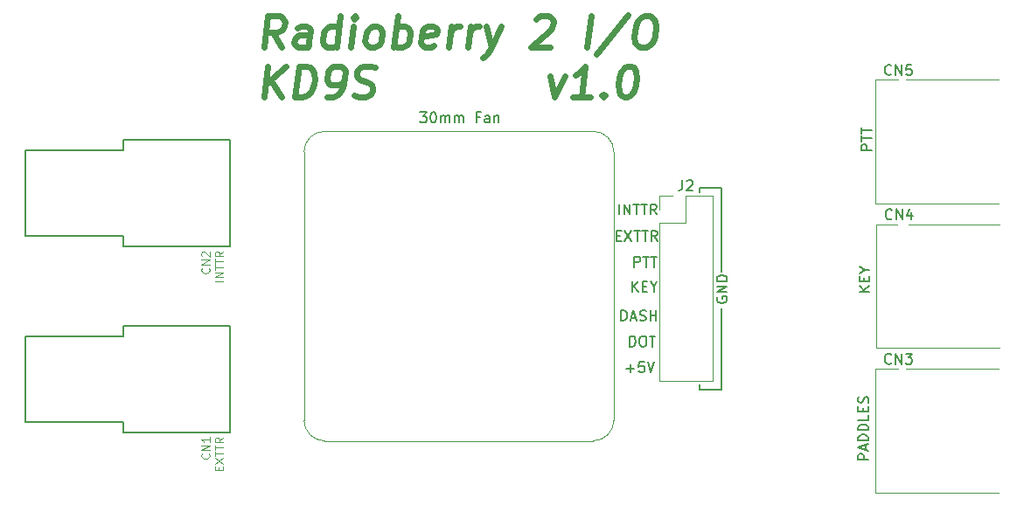
<source format=gto>
%TF.GenerationSoftware,KiCad,Pcbnew,(6.0.1)*%
%TF.CreationDate,2022-01-27T00:37:02-06:00*%
%TF.ProjectId,Radioberry-I-O,52616469-6f62-4657-9272-792d492d4f2e,1.0*%
%TF.SameCoordinates,Original*%
%TF.FileFunction,Legend,Top*%
%TF.FilePolarity,Positive*%
%FSLAX46Y46*%
G04 Gerber Fmt 4.6, Leading zero omitted, Abs format (unit mm)*
G04 Created by KiCad (PCBNEW (6.0.1)) date 2022-01-27 00:37:02*
%MOMM*%
%LPD*%
G01*
G04 APERTURE LIST*
%ADD10C,0.150000*%
%ADD11C,0.600000*%
%ADD12C,0.100000*%
%ADD13C,0.120000*%
%ADD14C,0.800000*%
%ADD15C,6.000000*%
%ADD16C,1.200000*%
%ADD17C,2.100000*%
%ADD18C,2.050000*%
%ADD19C,3.500000*%
%ADD20C,4.000000*%
%ADD21C,3.200000*%
%ADD22C,28.500000*%
%ADD23R,1.700000X1.700000*%
%ADD24O,1.700000X1.700000*%
G04 APERTURE END LIST*
D10*
X107900000Y-80200000D02*
X107900000Y-88000000D01*
X105800000Y-68500000D02*
X105800000Y-68900000D01*
X105800000Y-88000000D02*
X105800000Y-87500000D01*
X107900000Y-88000000D02*
X105800000Y-88000000D01*
X107900000Y-68500000D02*
X105800000Y-68500000D01*
X107900000Y-76600000D02*
X107900000Y-68500000D01*
X98014285Y-71052380D02*
X98014285Y-70052380D01*
X98490476Y-71052380D02*
X98490476Y-70052380D01*
X99061904Y-71052380D01*
X99061904Y-70052380D01*
X99395238Y-70052380D02*
X99966666Y-70052380D01*
X99680952Y-71052380D02*
X99680952Y-70052380D01*
X100157142Y-70052380D02*
X100728571Y-70052380D01*
X100442857Y-71052380D02*
X100442857Y-70052380D01*
X101633333Y-71052380D02*
X101300000Y-70576190D01*
X101061904Y-71052380D02*
X101061904Y-70052380D01*
X101442857Y-70052380D01*
X101538095Y-70100000D01*
X101585714Y-70147619D01*
X101633333Y-70242857D01*
X101633333Y-70385714D01*
X101585714Y-70480952D01*
X101538095Y-70528571D01*
X101442857Y-70576190D01*
X101061904Y-70576190D01*
X99257142Y-78552380D02*
X99257142Y-77552380D01*
X99828571Y-78552380D02*
X99400000Y-77980952D01*
X99828571Y-77552380D02*
X99257142Y-78123809D01*
X100257142Y-78028571D02*
X100590476Y-78028571D01*
X100733333Y-78552380D02*
X100257142Y-78552380D01*
X100257142Y-77552380D01*
X100733333Y-77552380D01*
X101352380Y-78076190D02*
X101352380Y-78552380D01*
X101019047Y-77552380D02*
X101352380Y-78076190D01*
X101685714Y-77552380D01*
X99476190Y-76152380D02*
X99476190Y-75152380D01*
X99857142Y-75152380D01*
X99952380Y-75200000D01*
X100000000Y-75247619D01*
X100047619Y-75342857D01*
X100047619Y-75485714D01*
X100000000Y-75580952D01*
X99952380Y-75628571D01*
X99857142Y-75676190D01*
X99476190Y-75676190D01*
X100333333Y-75152380D02*
X100904761Y-75152380D01*
X100619047Y-76152380D02*
X100619047Y-75152380D01*
X101095238Y-75152380D02*
X101666666Y-75152380D01*
X101380952Y-76152380D02*
X101380952Y-75152380D01*
X107500000Y-79061904D02*
X107452380Y-79157142D01*
X107452380Y-79300000D01*
X107500000Y-79442857D01*
X107595238Y-79538095D01*
X107690476Y-79585714D01*
X107880952Y-79633333D01*
X108023809Y-79633333D01*
X108214285Y-79585714D01*
X108309523Y-79538095D01*
X108404761Y-79442857D01*
X108452380Y-79300000D01*
X108452380Y-79204761D01*
X108404761Y-79061904D01*
X108357142Y-79014285D01*
X108023809Y-79014285D01*
X108023809Y-79204761D01*
X108452380Y-78585714D02*
X107452380Y-78585714D01*
X108452380Y-78014285D01*
X107452380Y-78014285D01*
X108452380Y-77538095D02*
X107452380Y-77538095D01*
X107452380Y-77300000D01*
X107500000Y-77157142D01*
X107595238Y-77061904D01*
X107690476Y-77014285D01*
X107880952Y-76966666D01*
X108023809Y-76966666D01*
X108214285Y-77014285D01*
X108309523Y-77061904D01*
X108404761Y-77157142D01*
X108452380Y-77300000D01*
X108452380Y-77538095D01*
X97747619Y-73128571D02*
X98080952Y-73128571D01*
X98223809Y-73652380D02*
X97747619Y-73652380D01*
X97747619Y-72652380D01*
X98223809Y-72652380D01*
X98557142Y-72652380D02*
X99223809Y-73652380D01*
X99223809Y-72652380D02*
X98557142Y-73652380D01*
X99461904Y-72652380D02*
X100033333Y-72652380D01*
X99747619Y-73652380D02*
X99747619Y-72652380D01*
X100223809Y-72652380D02*
X100795238Y-72652380D01*
X100509523Y-73652380D02*
X100509523Y-72652380D01*
X101700000Y-73652380D02*
X101366666Y-73176190D01*
X101128571Y-73652380D02*
X101128571Y-72652380D01*
X101509523Y-72652380D01*
X101604761Y-72700000D01*
X101652380Y-72747619D01*
X101700000Y-72842857D01*
X101700000Y-72985714D01*
X101652380Y-73080952D01*
X101604761Y-73128571D01*
X101509523Y-73176190D01*
X101128571Y-73176190D01*
X98209523Y-81352380D02*
X98209523Y-80352380D01*
X98447619Y-80352380D01*
X98590476Y-80400000D01*
X98685714Y-80495238D01*
X98733333Y-80590476D01*
X98780952Y-80780952D01*
X98780952Y-80923809D01*
X98733333Y-81114285D01*
X98685714Y-81209523D01*
X98590476Y-81304761D01*
X98447619Y-81352380D01*
X98209523Y-81352380D01*
X99161904Y-81066666D02*
X99638095Y-81066666D01*
X99066666Y-81352380D02*
X99400000Y-80352380D01*
X99733333Y-81352380D01*
X100019047Y-81304761D02*
X100161904Y-81352380D01*
X100400000Y-81352380D01*
X100495238Y-81304761D01*
X100542857Y-81257142D01*
X100590476Y-81161904D01*
X100590476Y-81066666D01*
X100542857Y-80971428D01*
X100495238Y-80923809D01*
X100400000Y-80876190D01*
X100209523Y-80828571D01*
X100114285Y-80780952D01*
X100066666Y-80733333D01*
X100019047Y-80638095D01*
X100019047Y-80542857D01*
X100066666Y-80447619D01*
X100114285Y-80400000D01*
X100209523Y-80352380D01*
X100447619Y-80352380D01*
X100590476Y-80400000D01*
X101019047Y-81352380D02*
X101019047Y-80352380D01*
X101019047Y-80828571D02*
X101590476Y-80828571D01*
X101590476Y-81352380D02*
X101590476Y-80352380D01*
D11*
X65336428Y-54842142D02*
X64515000Y-53413571D01*
X63622142Y-54842142D02*
X63997142Y-51842142D01*
X65140000Y-51842142D01*
X65407857Y-51985000D01*
X65532857Y-52127857D01*
X65640000Y-52413571D01*
X65586428Y-52842142D01*
X65407857Y-53127857D01*
X65247142Y-53270714D01*
X64943571Y-53413571D01*
X63800714Y-53413571D01*
X67907857Y-54842142D02*
X68104285Y-53270714D01*
X67997142Y-52985000D01*
X67729285Y-52842142D01*
X67157857Y-52842142D01*
X66854285Y-52985000D01*
X67925714Y-54699285D02*
X67622142Y-54842142D01*
X66907857Y-54842142D01*
X66640000Y-54699285D01*
X66532857Y-54413571D01*
X66568571Y-54127857D01*
X66747142Y-53842142D01*
X67050714Y-53699285D01*
X67765000Y-53699285D01*
X68068571Y-53556428D01*
X70622142Y-54842142D02*
X70997142Y-51842142D01*
X70640000Y-54699285D02*
X70336428Y-54842142D01*
X69765000Y-54842142D01*
X69497142Y-54699285D01*
X69372142Y-54556428D01*
X69265000Y-54270714D01*
X69372142Y-53413571D01*
X69550714Y-53127857D01*
X69711428Y-52985000D01*
X70015000Y-52842142D01*
X70586428Y-52842142D01*
X70854285Y-52985000D01*
X72050714Y-54842142D02*
X72300714Y-52842142D01*
X72425714Y-51842142D02*
X72265000Y-51985000D01*
X72390000Y-52127857D01*
X72550714Y-51985000D01*
X72425714Y-51842142D01*
X72390000Y-52127857D01*
X73907857Y-54842142D02*
X73640000Y-54699285D01*
X73515000Y-54556428D01*
X73407857Y-54270714D01*
X73515000Y-53413571D01*
X73693571Y-53127857D01*
X73854285Y-52985000D01*
X74157857Y-52842142D01*
X74586428Y-52842142D01*
X74854285Y-52985000D01*
X74979285Y-53127857D01*
X75086428Y-53413571D01*
X74979285Y-54270714D01*
X74800714Y-54556428D01*
X74640000Y-54699285D01*
X74336428Y-54842142D01*
X73907857Y-54842142D01*
X76193571Y-54842142D02*
X76568571Y-51842142D01*
X76425714Y-52985000D02*
X76729285Y-52842142D01*
X77300714Y-52842142D01*
X77568571Y-52985000D01*
X77693571Y-53127857D01*
X77800714Y-53413571D01*
X77693571Y-54270714D01*
X77515000Y-54556428D01*
X77354285Y-54699285D01*
X77050714Y-54842142D01*
X76479285Y-54842142D01*
X76211428Y-54699285D01*
X80068571Y-54699285D02*
X79765000Y-54842142D01*
X79193571Y-54842142D01*
X78925714Y-54699285D01*
X78818571Y-54413571D01*
X78961428Y-53270714D01*
X79140000Y-52985000D01*
X79443571Y-52842142D01*
X80015000Y-52842142D01*
X80282857Y-52985000D01*
X80390000Y-53270714D01*
X80354285Y-53556428D01*
X78890000Y-53842142D01*
X81479285Y-54842142D02*
X81729285Y-52842142D01*
X81657857Y-53413571D02*
X81836428Y-53127857D01*
X81997142Y-52985000D01*
X82300714Y-52842142D01*
X82586428Y-52842142D01*
X83336428Y-54842142D02*
X83586428Y-52842142D01*
X83515000Y-53413571D02*
X83693571Y-53127857D01*
X83854285Y-52985000D01*
X84157857Y-52842142D01*
X84443571Y-52842142D01*
X85157857Y-52842142D02*
X85622142Y-54842142D01*
X86586428Y-52842142D02*
X85622142Y-54842142D01*
X85247142Y-55556428D01*
X85086428Y-55699285D01*
X84782857Y-55842142D01*
X89961428Y-52127857D02*
X90122142Y-51985000D01*
X90425714Y-51842142D01*
X91140000Y-51842142D01*
X91407857Y-51985000D01*
X91532857Y-52127857D01*
X91640000Y-52413571D01*
X91604285Y-52699285D01*
X91407857Y-53127857D01*
X89479285Y-54842142D01*
X91336428Y-54842142D01*
X94907857Y-54842142D02*
X95282857Y-51842142D01*
X98872142Y-51699285D02*
X95818571Y-55556428D01*
X100425714Y-51842142D02*
X100997142Y-51842142D01*
X101265000Y-51985000D01*
X101515000Y-52270714D01*
X101586428Y-52842142D01*
X101461428Y-53842142D01*
X101247142Y-54413571D01*
X100925714Y-54699285D01*
X100622142Y-54842142D01*
X100050714Y-54842142D01*
X99782857Y-54699285D01*
X99532857Y-54413571D01*
X99461428Y-53842142D01*
X99586428Y-52842142D01*
X99800714Y-52270714D01*
X100122142Y-51985000D01*
X100425714Y-51842142D01*
X63622142Y-59672142D02*
X63997142Y-56672142D01*
X65336428Y-59672142D02*
X64265000Y-57957857D01*
X65711428Y-56672142D02*
X63782857Y-58386428D01*
X66622142Y-59672142D02*
X66997142Y-56672142D01*
X67711428Y-56672142D01*
X68122142Y-56815000D01*
X68372142Y-57100714D01*
X68479285Y-57386428D01*
X68550714Y-57957857D01*
X68497142Y-58386428D01*
X68282857Y-58957857D01*
X68104285Y-59243571D01*
X67782857Y-59529285D01*
X67336428Y-59672142D01*
X66622142Y-59672142D01*
X69765000Y-59672142D02*
X70336428Y-59672142D01*
X70640000Y-59529285D01*
X70800714Y-59386428D01*
X71140000Y-58957857D01*
X71354285Y-58386428D01*
X71497142Y-57243571D01*
X71390000Y-56957857D01*
X71265000Y-56815000D01*
X70997142Y-56672142D01*
X70425714Y-56672142D01*
X70122142Y-56815000D01*
X69961428Y-56957857D01*
X69782857Y-57243571D01*
X69693571Y-57957857D01*
X69800714Y-58243571D01*
X69925714Y-58386428D01*
X70193571Y-58529285D01*
X70765000Y-58529285D01*
X71068571Y-58386428D01*
X71229285Y-58243571D01*
X71407857Y-57957857D01*
X72354285Y-59529285D02*
X72765000Y-59672142D01*
X73479285Y-59672142D01*
X73782857Y-59529285D01*
X73943571Y-59386428D01*
X74122142Y-59100714D01*
X74157857Y-58815000D01*
X74050714Y-58529285D01*
X73925714Y-58386428D01*
X73657857Y-58243571D01*
X73104285Y-58100714D01*
X72836428Y-57957857D01*
X72711428Y-57815000D01*
X72604285Y-57529285D01*
X72640000Y-57243571D01*
X72818571Y-56957857D01*
X72979285Y-56815000D01*
X73282857Y-56672142D01*
X73997142Y-56672142D01*
X74407857Y-56815000D01*
X91300714Y-57672142D02*
X91764999Y-59672142D01*
X92729285Y-57672142D01*
X95193571Y-59672142D02*
X93479285Y-59672142D01*
X94336428Y-59672142D02*
X94711428Y-56672142D01*
X94372142Y-57100714D01*
X94050714Y-57386428D01*
X93747142Y-57529285D01*
X96514999Y-59386428D02*
X96639999Y-59529285D01*
X96479285Y-59672142D01*
X96354285Y-59529285D01*
X96514999Y-59386428D01*
X96479285Y-59672142D01*
X98854285Y-56672142D02*
X99139999Y-56672142D01*
X99407857Y-56815000D01*
X99532857Y-56957857D01*
X99639999Y-57243571D01*
X99711428Y-57815000D01*
X99622142Y-58529285D01*
X99407857Y-59100714D01*
X99229285Y-59386428D01*
X99068571Y-59529285D01*
X98764999Y-59672142D01*
X98479285Y-59672142D01*
X98211428Y-59529285D01*
X98086428Y-59386428D01*
X97979285Y-59100714D01*
X97907857Y-58529285D01*
X97997142Y-57815000D01*
X98211428Y-57243571D01*
X98389999Y-56957857D01*
X98550714Y-56815000D01*
X98854285Y-56672142D01*
D10*
X98714285Y-85971428D02*
X99476190Y-85971428D01*
X99095238Y-86352380D02*
X99095238Y-85590476D01*
X100428571Y-85352380D02*
X99952380Y-85352380D01*
X99904761Y-85828571D01*
X99952380Y-85780952D01*
X100047619Y-85733333D01*
X100285714Y-85733333D01*
X100380952Y-85780952D01*
X100428571Y-85828571D01*
X100476190Y-85923809D01*
X100476190Y-86161904D01*
X100428571Y-86257142D01*
X100380952Y-86304761D01*
X100285714Y-86352380D01*
X100047619Y-86352380D01*
X99952380Y-86304761D01*
X99904761Y-86257142D01*
X100761904Y-85352380D02*
X101095238Y-86352380D01*
X101428571Y-85352380D01*
X99033333Y-83852380D02*
X99033333Y-82852380D01*
X99271428Y-82852380D01*
X99414285Y-82900000D01*
X99509523Y-82995238D01*
X99557142Y-83090476D01*
X99604761Y-83280952D01*
X99604761Y-83423809D01*
X99557142Y-83614285D01*
X99509523Y-83709523D01*
X99414285Y-83804761D01*
X99271428Y-83852380D01*
X99033333Y-83852380D01*
X100223809Y-82852380D02*
X100414285Y-82852380D01*
X100509523Y-82900000D01*
X100604761Y-82995238D01*
X100652380Y-83185714D01*
X100652380Y-83519047D01*
X100604761Y-83709523D01*
X100509523Y-83804761D01*
X100414285Y-83852380D01*
X100223809Y-83852380D01*
X100128571Y-83804761D01*
X100033333Y-83709523D01*
X99985714Y-83519047D01*
X99985714Y-83185714D01*
X100033333Y-82995238D01*
X100128571Y-82900000D01*
X100223809Y-82852380D01*
X100938095Y-82852380D02*
X101509523Y-82852380D01*
X101223809Y-83852380D02*
X101223809Y-82852380D01*
%TO.C,CN5*%
X124359523Y-57457142D02*
X124311904Y-57504761D01*
X124169047Y-57552380D01*
X124073809Y-57552380D01*
X123930952Y-57504761D01*
X123835714Y-57409523D01*
X123788095Y-57314285D01*
X123740476Y-57123809D01*
X123740476Y-56980952D01*
X123788095Y-56790476D01*
X123835714Y-56695238D01*
X123930952Y-56600000D01*
X124073809Y-56552380D01*
X124169047Y-56552380D01*
X124311904Y-56600000D01*
X124359523Y-56647619D01*
X124788095Y-57552380D02*
X124788095Y-56552380D01*
X125359523Y-57552380D01*
X125359523Y-56552380D01*
X126311904Y-56552380D02*
X125835714Y-56552380D01*
X125788095Y-57028571D01*
X125835714Y-56980952D01*
X125930952Y-56933333D01*
X126169047Y-56933333D01*
X126264285Y-56980952D01*
X126311904Y-57028571D01*
X126359523Y-57123809D01*
X126359523Y-57361904D01*
X126311904Y-57457142D01*
X126264285Y-57504761D01*
X126169047Y-57552380D01*
X125930952Y-57552380D01*
X125835714Y-57504761D01*
X125788095Y-57457142D01*
X122452380Y-64823809D02*
X121452380Y-64823809D01*
X121452380Y-64442857D01*
X121500000Y-64347619D01*
X121547619Y-64300000D01*
X121642857Y-64252380D01*
X121785714Y-64252380D01*
X121880952Y-64300000D01*
X121928571Y-64347619D01*
X121976190Y-64442857D01*
X121976190Y-64823809D01*
X121452380Y-63966666D02*
X121452380Y-63395238D01*
X122452380Y-63680952D02*
X121452380Y-63680952D01*
X121452380Y-63204761D02*
X121452380Y-62633333D01*
X122452380Y-62919047D02*
X121452380Y-62919047D01*
D12*
%TO.C,CN1*%
X58285714Y-94252380D02*
X58323809Y-94290476D01*
X58361904Y-94404761D01*
X58361904Y-94480952D01*
X58323809Y-94595238D01*
X58247619Y-94671428D01*
X58171428Y-94709523D01*
X58019047Y-94747619D01*
X57904761Y-94747619D01*
X57752380Y-94709523D01*
X57676190Y-94671428D01*
X57600000Y-94595238D01*
X57561904Y-94480952D01*
X57561904Y-94404761D01*
X57600000Y-94290476D01*
X57638095Y-94252380D01*
X58361904Y-93909523D02*
X57561904Y-93909523D01*
X58361904Y-93452380D01*
X57561904Y-93452380D01*
X58361904Y-92652380D02*
X58361904Y-93109523D01*
X58361904Y-92880952D02*
X57561904Y-92880952D01*
X57676190Y-92957142D01*
X57752380Y-93033333D01*
X57790476Y-93109523D01*
X59242857Y-95861904D02*
X59242857Y-95595238D01*
X59661904Y-95480952D02*
X59661904Y-95861904D01*
X58861904Y-95861904D01*
X58861904Y-95480952D01*
X58861904Y-95214285D02*
X59661904Y-94680952D01*
X58861904Y-94680952D02*
X59661904Y-95214285D01*
X58861904Y-94490476D02*
X58861904Y-94033333D01*
X59661904Y-94261904D02*
X58861904Y-94261904D01*
X58861904Y-93880952D02*
X58861904Y-93423809D01*
X59661904Y-93652380D02*
X58861904Y-93652380D01*
X59661904Y-92700000D02*
X59280952Y-92966666D01*
X59661904Y-93157142D02*
X58861904Y-93157142D01*
X58861904Y-92852380D01*
X58900000Y-92776190D01*
X58938095Y-92738095D01*
X59014285Y-92700000D01*
X59128571Y-92700000D01*
X59204761Y-92738095D01*
X59242857Y-92776190D01*
X59280952Y-92852380D01*
X59280952Y-93157142D01*
D10*
%TO.C,M1*%
X78742857Y-61152380D02*
X79361904Y-61152380D01*
X79028571Y-61533333D01*
X79171428Y-61533333D01*
X79266666Y-61580952D01*
X79314285Y-61628571D01*
X79361904Y-61723809D01*
X79361904Y-61961904D01*
X79314285Y-62057142D01*
X79266666Y-62104761D01*
X79171428Y-62152380D01*
X78885714Y-62152380D01*
X78790476Y-62104761D01*
X78742857Y-62057142D01*
X79980952Y-61152380D02*
X80076190Y-61152380D01*
X80171428Y-61200000D01*
X80219047Y-61247619D01*
X80266666Y-61342857D01*
X80314285Y-61533333D01*
X80314285Y-61771428D01*
X80266666Y-61961904D01*
X80219047Y-62057142D01*
X80171428Y-62104761D01*
X80076190Y-62152380D01*
X79980952Y-62152380D01*
X79885714Y-62104761D01*
X79838095Y-62057142D01*
X79790476Y-61961904D01*
X79742857Y-61771428D01*
X79742857Y-61533333D01*
X79790476Y-61342857D01*
X79838095Y-61247619D01*
X79885714Y-61200000D01*
X79980952Y-61152380D01*
X80742857Y-62152380D02*
X80742857Y-61485714D01*
X80742857Y-61580952D02*
X80790476Y-61533333D01*
X80885714Y-61485714D01*
X81028571Y-61485714D01*
X81123809Y-61533333D01*
X81171428Y-61628571D01*
X81171428Y-62152380D01*
X81171428Y-61628571D02*
X81219047Y-61533333D01*
X81314285Y-61485714D01*
X81457142Y-61485714D01*
X81552380Y-61533333D01*
X81600000Y-61628571D01*
X81600000Y-62152380D01*
X82076190Y-62152380D02*
X82076190Y-61485714D01*
X82076190Y-61580952D02*
X82123809Y-61533333D01*
X82219047Y-61485714D01*
X82361904Y-61485714D01*
X82457142Y-61533333D01*
X82504761Y-61628571D01*
X82504761Y-62152380D01*
X82504761Y-61628571D02*
X82552380Y-61533333D01*
X82647619Y-61485714D01*
X82790476Y-61485714D01*
X82885714Y-61533333D01*
X82933333Y-61628571D01*
X82933333Y-62152380D01*
X84504761Y-61628571D02*
X84171428Y-61628571D01*
X84171428Y-62152380D02*
X84171428Y-61152380D01*
X84647619Y-61152380D01*
X85457142Y-62152380D02*
X85457142Y-61628571D01*
X85409523Y-61533333D01*
X85314285Y-61485714D01*
X85123809Y-61485714D01*
X85028571Y-61533333D01*
X85457142Y-62104761D02*
X85361904Y-62152380D01*
X85123809Y-62152380D01*
X85028571Y-62104761D01*
X84980952Y-62009523D01*
X84980952Y-61914285D01*
X85028571Y-61819047D01*
X85123809Y-61771428D01*
X85361904Y-61771428D01*
X85457142Y-61723809D01*
X85933333Y-61485714D02*
X85933333Y-62152380D01*
X85933333Y-61580952D02*
X85980952Y-61533333D01*
X86076190Y-61485714D01*
X86219047Y-61485714D01*
X86314285Y-61533333D01*
X86361904Y-61628571D01*
X86361904Y-62152380D01*
%TO.C,J2*%
X104136666Y-67729380D02*
X104136666Y-68443666D01*
X104089047Y-68586523D01*
X103993809Y-68681761D01*
X103850952Y-68729380D01*
X103755714Y-68729380D01*
X104565238Y-67824619D02*
X104612857Y-67777000D01*
X104708095Y-67729380D01*
X104946190Y-67729380D01*
X105041428Y-67777000D01*
X105089047Y-67824619D01*
X105136666Y-67919857D01*
X105136666Y-68015095D01*
X105089047Y-68157952D01*
X104517619Y-68729380D01*
X105136666Y-68729380D01*
%TO.C,CN3*%
X124359523Y-85457142D02*
X124311904Y-85504761D01*
X124169047Y-85552380D01*
X124073809Y-85552380D01*
X123930952Y-85504761D01*
X123835714Y-85409523D01*
X123788095Y-85314285D01*
X123740476Y-85123809D01*
X123740476Y-84980952D01*
X123788095Y-84790476D01*
X123835714Y-84695238D01*
X123930952Y-84600000D01*
X124073809Y-84552380D01*
X124169047Y-84552380D01*
X124311904Y-84600000D01*
X124359523Y-84647619D01*
X124788095Y-85552380D02*
X124788095Y-84552380D01*
X125359523Y-85552380D01*
X125359523Y-84552380D01*
X125740476Y-84552380D02*
X126359523Y-84552380D01*
X126026190Y-84933333D01*
X126169047Y-84933333D01*
X126264285Y-84980952D01*
X126311904Y-85028571D01*
X126359523Y-85123809D01*
X126359523Y-85361904D01*
X126311904Y-85457142D01*
X126264285Y-85504761D01*
X126169047Y-85552380D01*
X125883333Y-85552380D01*
X125788095Y-85504761D01*
X125740476Y-85457142D01*
X122152380Y-94823809D02*
X121152380Y-94823809D01*
X121152380Y-94442857D01*
X121200000Y-94347619D01*
X121247619Y-94300000D01*
X121342857Y-94252380D01*
X121485714Y-94252380D01*
X121580952Y-94300000D01*
X121628571Y-94347619D01*
X121676190Y-94442857D01*
X121676190Y-94823809D01*
X121866666Y-93871428D02*
X121866666Y-93395238D01*
X122152380Y-93966666D02*
X121152380Y-93633333D01*
X122152380Y-93300000D01*
X122152380Y-92966666D02*
X121152380Y-92966666D01*
X121152380Y-92728571D01*
X121200000Y-92585714D01*
X121295238Y-92490476D01*
X121390476Y-92442857D01*
X121580952Y-92395238D01*
X121723809Y-92395238D01*
X121914285Y-92442857D01*
X122009523Y-92490476D01*
X122104761Y-92585714D01*
X122152380Y-92728571D01*
X122152380Y-92966666D01*
X122152380Y-91966666D02*
X121152380Y-91966666D01*
X121152380Y-91728571D01*
X121200000Y-91585714D01*
X121295238Y-91490476D01*
X121390476Y-91442857D01*
X121580952Y-91395238D01*
X121723809Y-91395238D01*
X121914285Y-91442857D01*
X122009523Y-91490476D01*
X122104761Y-91585714D01*
X122152380Y-91728571D01*
X122152380Y-91966666D01*
X122152380Y-90490476D02*
X122152380Y-90966666D01*
X121152380Y-90966666D01*
X121628571Y-90157142D02*
X121628571Y-89823809D01*
X122152380Y-89680952D02*
X122152380Y-90157142D01*
X121152380Y-90157142D01*
X121152380Y-89680952D01*
X122104761Y-89300000D02*
X122152380Y-89157142D01*
X122152380Y-88919047D01*
X122104761Y-88823809D01*
X122057142Y-88776190D01*
X121961904Y-88728571D01*
X121866666Y-88728571D01*
X121771428Y-88776190D01*
X121723809Y-88823809D01*
X121676190Y-88919047D01*
X121628571Y-89109523D01*
X121580952Y-89204761D01*
X121533333Y-89252380D01*
X121438095Y-89300000D01*
X121342857Y-89300000D01*
X121247619Y-89252380D01*
X121200000Y-89204761D01*
X121152380Y-89109523D01*
X121152380Y-88871428D01*
X121200000Y-88728571D01*
D12*
%TO.C,CN2*%
X58285714Y-76252380D02*
X58323809Y-76290476D01*
X58361904Y-76404761D01*
X58361904Y-76480952D01*
X58323809Y-76595238D01*
X58247619Y-76671428D01*
X58171428Y-76709523D01*
X58019047Y-76747619D01*
X57904761Y-76747619D01*
X57752380Y-76709523D01*
X57676190Y-76671428D01*
X57600000Y-76595238D01*
X57561904Y-76480952D01*
X57561904Y-76404761D01*
X57600000Y-76290476D01*
X57638095Y-76252380D01*
X58361904Y-75909523D02*
X57561904Y-75909523D01*
X58361904Y-75452380D01*
X57561904Y-75452380D01*
X57638095Y-75109523D02*
X57600000Y-75071428D01*
X57561904Y-74995238D01*
X57561904Y-74804761D01*
X57600000Y-74728571D01*
X57638095Y-74690476D01*
X57714285Y-74652380D01*
X57790476Y-74652380D01*
X57904761Y-74690476D01*
X58361904Y-75147619D01*
X58361904Y-74652380D01*
X59661904Y-77528571D02*
X58861904Y-77528571D01*
X59661904Y-77147619D02*
X58861904Y-77147619D01*
X59661904Y-76690476D01*
X58861904Y-76690476D01*
X58861904Y-76423809D02*
X58861904Y-75966666D01*
X59661904Y-76195238D02*
X58861904Y-76195238D01*
X58861904Y-75814285D02*
X58861904Y-75357142D01*
X59661904Y-75585714D02*
X58861904Y-75585714D01*
X59661904Y-74633333D02*
X59280952Y-74900000D01*
X59661904Y-75090476D02*
X58861904Y-75090476D01*
X58861904Y-74785714D01*
X58900000Y-74709523D01*
X58938095Y-74671428D01*
X59014285Y-74633333D01*
X59128571Y-74633333D01*
X59204761Y-74671428D01*
X59242857Y-74709523D01*
X59280952Y-74785714D01*
X59280952Y-75090476D01*
D10*
%TO.C,CN4*%
X124409523Y-71457142D02*
X124361904Y-71504761D01*
X124219047Y-71552380D01*
X124123809Y-71552380D01*
X123980952Y-71504761D01*
X123885714Y-71409523D01*
X123838095Y-71314285D01*
X123790476Y-71123809D01*
X123790476Y-70980952D01*
X123838095Y-70790476D01*
X123885714Y-70695238D01*
X123980952Y-70600000D01*
X124123809Y-70552380D01*
X124219047Y-70552380D01*
X124361904Y-70600000D01*
X124409523Y-70647619D01*
X124838095Y-71552380D02*
X124838095Y-70552380D01*
X125409523Y-71552380D01*
X125409523Y-70552380D01*
X126314285Y-70885714D02*
X126314285Y-71552380D01*
X126076190Y-70504761D02*
X125838095Y-71219047D01*
X126457142Y-71219047D01*
X122252380Y-78542857D02*
X121252380Y-78542857D01*
X122252380Y-77971428D02*
X121680952Y-78400000D01*
X121252380Y-77971428D02*
X121823809Y-78542857D01*
X121728571Y-77542857D02*
X121728571Y-77209523D01*
X122252380Y-77066666D02*
X122252380Y-77542857D01*
X121252380Y-77542857D01*
X121252380Y-77066666D01*
X121776190Y-76447619D02*
X122252380Y-76447619D01*
X121252380Y-76780952D02*
X121776190Y-76447619D01*
X121252380Y-76114285D01*
D12*
%TO.C,CN5*%
X122850000Y-70000000D02*
X122850000Y-58000000D01*
X134750000Y-70000000D02*
X122850000Y-70000000D01*
X122850000Y-58000000D02*
X134750000Y-58000000D01*
D10*
%TO.C,CN1*%
X50000000Y-82850000D02*
X40500000Y-82850000D01*
X50000000Y-92150000D02*
X60350000Y-92150000D01*
X60350000Y-92150000D02*
X60350000Y-81850000D01*
X50000000Y-92150000D02*
X50000000Y-91150000D01*
X50000000Y-81850000D02*
X60350000Y-81850000D01*
X50000000Y-82850000D02*
X50000000Y-81850000D01*
X40500000Y-91150000D02*
X40500000Y-82850000D01*
X50000000Y-91150000D02*
X40500000Y-91150000D01*
D12*
%TO.C,M1*%
X95500000Y-63000000D02*
X69500000Y-63000000D01*
X97500000Y-91000000D02*
X97500000Y-65000000D01*
X67500000Y-65000000D02*
X67500000Y-91000000D01*
X69500000Y-93000000D02*
X95500000Y-93000000D01*
X95500000Y-93000000D02*
G75*
G03*
X97500000Y-91000000I1J1999999D01*
G01*
X67500000Y-91000000D02*
G75*
G03*
X69500000Y-93000000I1999999J-1D01*
G01*
X69500000Y-63000000D02*
G75*
G03*
X67500000Y-65000000I-1J-1999999D01*
G01*
X97500000Y-65000000D02*
G75*
G03*
X95500000Y-63000000I-1999999J1D01*
G01*
D13*
%TO.C,J2*%
X104470000Y-69277000D02*
X107070000Y-69277000D01*
X107070000Y-69277000D02*
X107070000Y-87177000D01*
X101870000Y-70607000D02*
X101870000Y-69277000D01*
X101870000Y-71877000D02*
X101870000Y-87177000D01*
X104470000Y-71877000D02*
X104470000Y-69277000D01*
X101870000Y-71877000D02*
X104470000Y-71877000D01*
X101870000Y-87177000D02*
X107070000Y-87177000D01*
X101870000Y-69277000D02*
X103200000Y-69277000D01*
D12*
%TO.C,CN3*%
X122850000Y-86000000D02*
X134750000Y-86000000D01*
X122850000Y-98000000D02*
X122850000Y-86000000D01*
X134750000Y-98000000D02*
X122850000Y-98000000D01*
D10*
%TO.C,CN2*%
X50000000Y-73150000D02*
X40500000Y-73150000D01*
X60350000Y-74150000D02*
X60350000Y-63850000D01*
X50000000Y-63850000D02*
X60350000Y-63850000D01*
X50000000Y-74150000D02*
X60350000Y-74150000D01*
X50000000Y-74150000D02*
X50000000Y-73150000D01*
X50000000Y-64850000D02*
X50000000Y-63850000D01*
X50000000Y-64850000D02*
X40500000Y-64850000D01*
X40500000Y-73150000D02*
X40500000Y-64850000D01*
D12*
%TO.C,CN4*%
X122900000Y-84000000D02*
X122900000Y-72000000D01*
X134800000Y-84000000D02*
X122900000Y-84000000D01*
X122900000Y-72000000D02*
X134800000Y-72000000D01*
%TD*%
%LPC*%
D14*
%TO.C,REF3*%
X54931891Y-101068109D03*
X53500000Y-104525000D03*
X55525000Y-102500000D03*
X53500000Y-100475000D03*
D15*
X53500000Y-102500000D03*
D14*
X54931891Y-103931891D03*
X52068109Y-103931891D03*
X52068109Y-101068109D03*
X51475000Y-102500000D03*
%TD*%
D16*
%TO.C,CN5*%
X130450000Y-59000000D03*
X132950000Y-59000000D03*
X132950000Y-69000000D03*
X130450000Y-69000000D03*
X125450000Y-64000000D03*
D17*
X130450000Y-64000000D03*
D18*
X125450000Y-59000000D03*
X125450000Y-69000000D03*
X125450000Y-61500000D03*
X125450000Y-66500000D03*
%TD*%
D14*
%TO.C,REF4*%
X112931891Y-101068109D03*
X110068109Y-101068109D03*
X112931891Y-103931891D03*
X113525000Y-102500000D03*
D15*
X111500000Y-102500000D03*
D14*
X109475000Y-102500000D03*
X111500000Y-100475000D03*
X111500000Y-104525000D03*
X110068109Y-103931891D03*
%TD*%
D19*
%TO.C,CN1*%
X58500000Y-87000000D03*
D20*
X54000000Y-87000000D03*
%TD*%
D21*
%TO.C,M1*%
X70500000Y-90000000D03*
X94500000Y-66000000D03*
D22*
X82500000Y-78000000D03*
D21*
X70500000Y-66000000D03*
X94500000Y-90000000D03*
%TD*%
D14*
%TO.C,REF1*%
X52068109Y-52068109D03*
X53500000Y-55525000D03*
X54931891Y-54931891D03*
X53500000Y-51475000D03*
X52068109Y-54931891D03*
X54931891Y-52068109D03*
X55525000Y-53500000D03*
X51475000Y-53500000D03*
D15*
X53500000Y-53500000D03*
%TD*%
D23*
%TO.C,J2*%
X103200000Y-70607000D03*
D24*
X105740000Y-70607000D03*
X103200000Y-73147000D03*
X105740000Y-73147000D03*
X103200000Y-75687000D03*
X105740000Y-75687000D03*
X103200000Y-78227000D03*
X105740000Y-78227000D03*
X103200000Y-80767000D03*
X105740000Y-80767000D03*
X103200000Y-83307000D03*
X105740000Y-83307000D03*
X103200000Y-85847000D03*
X105740000Y-85847000D03*
%TD*%
D16*
%TO.C,CN3*%
X130450000Y-97000000D03*
X125450000Y-92000000D03*
X132950000Y-97000000D03*
X130450000Y-87000000D03*
X132950000Y-87000000D03*
D17*
X130450000Y-92000000D03*
D18*
X125450000Y-87000000D03*
X125450000Y-97000000D03*
X125450000Y-89500000D03*
X125450000Y-94500000D03*
%TD*%
D14*
%TO.C,REF2*%
X110068109Y-54931891D03*
X113525000Y-53500000D03*
X111500000Y-51475000D03*
D15*
X111500000Y-53500000D03*
D14*
X112931891Y-52068109D03*
X112931891Y-54931891D03*
X109475000Y-53500000D03*
X111500000Y-55525000D03*
X110068109Y-52068109D03*
%TD*%
D19*
%TO.C,CN2*%
X58500000Y-69000000D03*
D20*
X54000000Y-69000000D03*
%TD*%
D16*
%TO.C,CN4*%
X130500000Y-73000000D03*
X125500000Y-78000000D03*
X133000000Y-83000000D03*
X130500000Y-83000000D03*
X133000000Y-73000000D03*
D17*
X130500000Y-78000000D03*
D18*
X125500000Y-73000000D03*
X125500000Y-83000000D03*
X125500000Y-75500000D03*
X125500000Y-80500000D03*
%TD*%
D23*
%TO.C,J1*%
X103430000Y-101730000D03*
D24*
X103430000Y-104270000D03*
X100890000Y-101730000D03*
X100890000Y-104270000D03*
X98350000Y-101730000D03*
X98350000Y-104270000D03*
X95810000Y-101730000D03*
X95810000Y-104270000D03*
X93270000Y-101730000D03*
X93270000Y-104270000D03*
X90730000Y-101730000D03*
X90730000Y-104270000D03*
X88190000Y-101730000D03*
X88190000Y-104270000D03*
X85650000Y-101730000D03*
X85650000Y-104270000D03*
X83110000Y-101730000D03*
X83110000Y-104270000D03*
X80570000Y-101730000D03*
X80570000Y-104270000D03*
%TD*%
M02*

</source>
